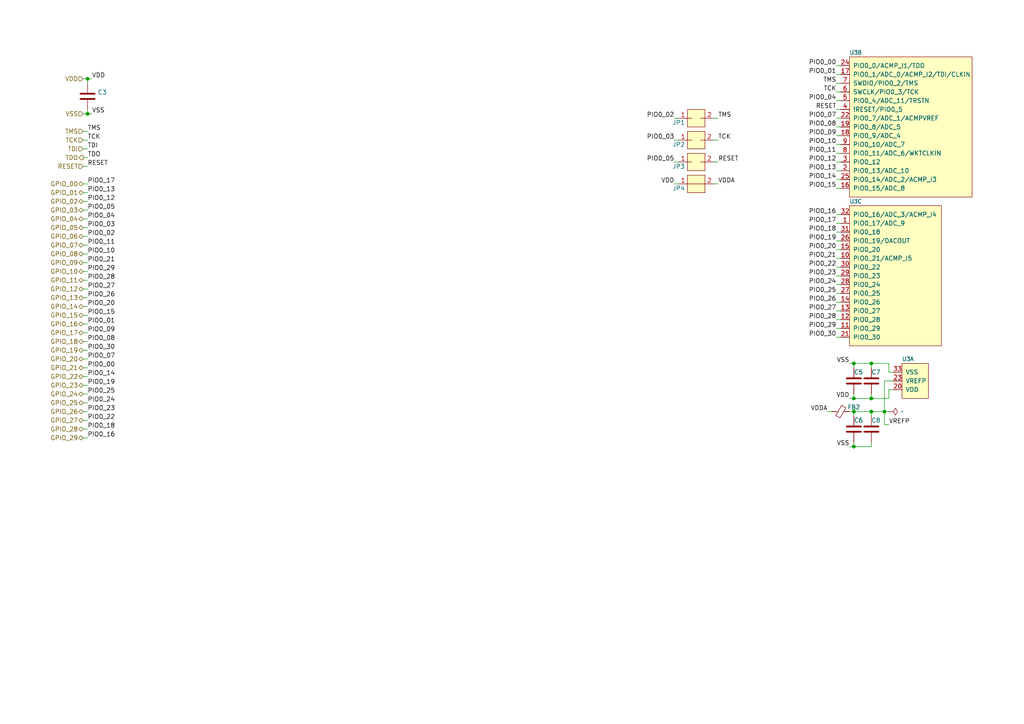
<source format=kicad_sch>
(kicad_sch (version 20211123) (generator eeschema)
  (paper "A4")
  (lib_symbols
    (symbol "Device:C" (pin_numbers hide) (pin_names (offset 0.254))
      (property "Reference" "C" (at 0.635 2.54 0))
      (property "Value" "C" (at 0.635 -2.54 0))
      (symbol "C_0_1"
        (polyline (pts (xy -2.032 -0.762) (xy 2.032 -0.762)) (stroke (width 0.508)))
        (polyline (pts (xy -2.032 0.762) (xy 2.032 0.762)) (stroke (width 0.508)))
      )
      (symbol "C_1_1"
        (pin passive line (at 0 3.81 270) (length 2.794) (name "~") (number "1"))
        (pin passive line (at 0 -3.81 90) (length 2.794) (name "~") (number "2"))
      )
    )
    (symbol "Device:FerriteBead_Small" (pin_numbers hide) (pin_names (offset 0))
      (property "Reference" "FB" (at 1.905 1.27 0))
      (property "Value" "FerriteBead_Small" (at 1.905 -1.27 0))
      (symbol "FerriteBead_Small_0_1"
        (polyline (pts (xy 0 -1.27) (xy 0 -0.7874)))
        (polyline (pts (xy 0 0.889) (xy 0 1.2954)))
        (polyline (pts (xy -1.8288 0.2794) (xy -1.1176 1.4986) (xy 1.8288 -0.2032) (xy 1.1176 -1.4224) (xy -1.8288 0.2794)))
      )
      (symbol "FerriteBead_Small_1_1"
        (pin passive line (at 0 2.54 270) (length 1.27) (name "~") (number "1"))
        (pin passive line (at 0 -2.54 90) (length 1.27) (name "~") (number "2"))
      )
    )
    (symbol "SquantorNxp:LPC804M101JHI33" (pin_names (offset 1.016))
      (property "Reference" "U" (at -1.27 24.13 0))
      (property "Value" "LPC804M101JHI33" (at -7.62 -24.13 0))
      (symbol "LPC804M101JHI33_1_1"
        (rectangle (start -3.81 5.08) (end 3.81 -5.08) (fill (type background)))
        (pin power_in line (at -6.35 -2.54 0) (length 2.54) (name "VDD") (number "20"))
        (pin power_in line (at -6.35 0 0) (length 2.54) (name "VREFP") (number "23"))
        (pin power_in line (at -6.35 2.54 0) (length 2.54) (name "VSS") (number "33"))
      )
      (symbol "LPC804M101JHI33_2_1"
        (rectangle (start -19.05 20.32) (end 16.51 -20.32) (fill (type background)))
        (pin bidirectional line (at -21.59 -17.78 0) (length 2.54) (name "PIO0_15/ADC_8") (number "16"))
        (pin bidirectional line (at -21.59 15.24 0) (length 2.54) (name "PIO0_1/ADC_0/ACMP_I2/TDI/CLKIN") (number "17"))
        (pin bidirectional line (at -21.59 -2.54 0) (length 2.54) (name "PIO0_9/ADC_4") (number "18"))
        (pin bidirectional line (at -21.59 0 0) (length 2.54) (name "PIO0_8/ADC_5") (number "19"))
        (pin bidirectional line (at -21.59 -12.7 0) (length 2.54) (name "PIO0_13/ADC_10") (number "2"))
        (pin bidirectional line (at -21.59 2.54 0) (length 2.54) (name "PIO0_7/ADC_1/ACMPVREF") (number "22"))
        (pin bidirectional line (at -21.59 17.78 0) (length 2.54) (name "PIO0_0/ACMP_I1/TDO") (number "24"))
        (pin bidirectional line (at -21.59 -15.24 0) (length 2.54) (name "PIO0_14/ADC_2/ACMP_I3") (number "25"))
        (pin bidirectional line (at -21.59 -10.16 0) (length 2.54) (name "PIO0_12") (number "3"))
        (pin bidirectional line (at -21.59 5.08 0) (length 2.54) (name "!RESET/PIO0_5") (number "4"))
        (pin bidirectional line (at -21.59 7.62 0) (length 2.54) (name "PIO0_4/ADC_11/TRSTN") (number "5"))
        (pin bidirectional line (at -21.59 10.16 0) (length 2.54) (name "SWCLK/PIO0_3/TCK") (number "6"))
        (pin bidirectional line (at -21.59 12.7 0) (length 2.54) (name "SWDIO/PIO0_2/TMS") (number "7"))
        (pin bidirectional line (at -21.59 -7.62 0) (length 2.54) (name "PIO0_11/ADC_6/WKTCLKIN") (number "8"))
        (pin bidirectional line (at -21.59 -5.08 0) (length 2.54) (name "PIO0_10/ADC_7") (number "9"))
      )
      (symbol "LPC804M101JHI33_3_1"
        (rectangle (start -12.7 20.32) (end 13.97 -20.32) (fill (type background)))
        (pin bidirectional line (at -15.24 15.24 0) (length 2.54) (name "PIO0_17/ADC_9") (number "1"))
        (pin bidirectional line (at -15.24 5.08 0) (length 2.54) (name "PIO0_21/ACMP_I5") (number "10"))
        (pin bidirectional line (at -15.24 -15.24 0) (length 2.54) (name "PIO0_29") (number "11"))
        (pin bidirectional line (at -15.24 -12.7 0) (length 2.54) (name "PIO0_28") (number "12"))
        (pin bidirectional line (at -15.24 -10.16 0) (length 2.54) (name "PIO0_27") (number "13"))
        (pin bidirectional line (at -15.24 -7.62 0) (length 2.54) (name "PIO0_26") (number "14"))
        (pin bidirectional line (at -15.24 7.62 0) (length 2.54) (name "PIO0_20") (number "15"))
        (pin bidirectional line (at -15.24 -17.78 0) (length 2.54) (name "PIO0_30") (number "21"))
        (pin bidirectional line (at -15.24 10.16 0) (length 2.54) (name "PIO0_19/DACOUT") (number "26"))
        (pin bidirectional line (at -15.24 -5.08 0) (length 2.54) (name "PIO0_25") (number "27"))
        (pin bidirectional line (at -15.24 -2.54 0) (length 2.54) (name "PIO0_24") (number "28"))
        (pin bidirectional line (at -15.24 0 0) (length 2.54) (name "PIO0_23") (number "29"))
        (pin bidirectional line (at -15.24 2.54 0) (length 2.54) (name "PIO0_22") (number "30"))
        (pin bidirectional line (at -15.24 12.7 0) (length 2.54) (name "PIO0_18") (number "31"))
        (pin bidirectional line (at -15.24 17.78 0) (length 2.54) (name "PIO0_16/ADC_3/ACMP_I4") (number "32"))
      )
    )
    (symbol "SquantorSpecial:Solderjumper_2way_12conn" (pin_names (offset 1.016))
      (property "Reference" "JP" (at 0 3.81 0))
      (property "Value" "Solderjumper_2way_12conn" (at 0 -3.81 0))
      (symbol "Solderjumper_2way_12conn_0_1"
        (rectangle (start -2.54 2.54) (end 2.54 -2.54) (fill (type background)))
        (polyline (pts (xy -2.54 0) (xy -1.27 0)))
        (polyline (pts (xy -1.27 0) (xy 1.27 0)))
        (polyline (pts (xy 2.54 0) (xy 1.27 0)))
      )
      (symbol "Solderjumper_2way_12conn_1_1"
        (pin passive line (at -5.08 0 0) (length 2.54) (name "~") (number "1"))
        (pin passive line (at 5.08 0 180) (length 2.54) (name "~") (number "2"))
      )
    )
    (symbol "SquantorSpecial:Solderjumper_2way_noconn" (pin_names (offset 1.016))
      (property "Reference" "JP" (at 0 3.81 0))
      (property "Value" "Solderjumper_2way_noconn" (at 0 -3.81 0))
      (symbol "Solderjumper_2way_noconn_0_1"
        (rectangle (start -2.54 2.54) (end 2.54 -2.54) (fill (type background)))
        (polyline (pts (xy -2.54 0) (xy -1.27 0)))
        (polyline (pts (xy 2.54 0) (xy 1.27 0)))
      )
      (symbol "Solderjumper_2way_noconn_1_1"
        (pin passive line (at -5.08 0 0) (length 2.54) (name "~") (number "1"))
        (pin passive line (at 5.08 0 180) (length 2.54) (name "~") (number "2"))
      )
    )
    (symbol "power:PWR_FLAG" (power) (pin_numbers hide) (pin_names (offset 0) hide)
      (property "Value" "PWR_FLAG" (at 0 3.81 0))
      (symbol "PWR_FLAG_0_0"
        (pin power_out line (at 0 0 90) (length 0) (name "pwr") (number "1"))
      )
      (symbol "PWR_FLAG_0_1"
        (polyline (pts (xy 0 0) (xy 0 1.27) (xy -1.016 1.905) (xy 0 2.54) (xy 1.016 1.905) (xy 0 1.27)))
      )
    )
  )
  (junction (at 247.65 105.41))
  (junction (at 247.65 119.38))
  (junction (at 256.54 119.38))
  (junction (at 25.4 33.02))
  (junction (at 247.65 129.54))
  (junction (at 252.73 119.38))
  (junction (at 247.65 115.57))
  (junction (at 25.4 22.86))
  (junction (at 252.73 105.41))
  (junction (at 252.73 115.57))
  (wire (pts (xy 243.84 69.85) (xy 242.57 69.85)))
  (wire (pts (xy 25.4 63.5) (xy 24.13 63.5)))
  (wire (pts (xy 24.13 88.9) (xy 25.4 88.9)))
  (wire (pts (xy 25.4 91.44) (xy 24.13 91.44)))
  (wire (pts (xy 256.54 110.49) (xy 256.54 119.38)))
  (wire (pts (xy 242.57 52.07) (xy 243.84 52.07)))
  (wire (pts (xy 247.65 128.27) (xy 247.65 129.54)))
  (wire (pts (xy 242.57 39.37) (xy 243.84 39.37)))
  (wire (pts (xy 252.73 120.65) (xy 252.73 119.38)))
  (wire (pts (xy 24.13 53.34) (xy 25.4 53.34)))
  (wire (pts (xy 25.4 93.98) (xy 24.13 93.98)))
  (wire (pts (xy 25.4 104.14) (xy 24.13 104.14)))
  (wire (pts (xy 242.57 44.45) (xy 243.84 44.45)))
  (wire (pts (xy 25.4 81.28) (xy 24.13 81.28)))
  (wire (pts (xy 24.13 58.42) (xy 25.4 58.42)))
  (wire (pts (xy 26.67 22.86) (xy 25.4 22.86)))
  (wire (pts (xy 243.84 46.99) (xy 242.57 46.99)))
  (wire (pts (xy 257.81 115.57) (xy 257.81 113.03)))
  (wire (pts (xy 246.38 105.41) (xy 247.65 105.41)))
  (wire (pts (xy 257.81 107.95) (xy 259.08 107.95)))
  (wire (pts (xy 257.81 123.19) (xy 256.54 123.19)))
  (wire (pts (xy 247.65 115.57) (xy 252.73 115.57)))
  (wire (pts (xy 242.57 97.79) (xy 243.84 97.79)))
  (wire (pts (xy 247.65 120.65) (xy 247.65 119.38)))
  (wire (pts (xy 25.4 66.04) (xy 24.13 66.04)))
  (wire (pts (xy 24.13 76.2) (xy 25.4 76.2)))
  (wire (pts (xy 242.57 87.63) (xy 243.84 87.63)))
  (wire (pts (xy 25.4 127) (xy 24.13 127)))
  (wire (pts (xy 243.84 90.17) (xy 242.57 90.17)))
  (wire (pts (xy 25.4 99.06) (xy 24.13 99.06)))
  (wire (pts (xy 24.13 116.84) (xy 25.4 116.84)))
  (wire (pts (xy 24.13 68.58) (xy 25.4 68.58)))
  (wire (pts (xy 25.4 124.46) (xy 24.13 124.46)))
  (wire (pts (xy 242.57 67.31) (xy 243.84 67.31)))
  (wire (pts (xy 246.38 129.54) (xy 247.65 129.54)))
  (wire (pts (xy 243.84 36.83) (xy 242.57 36.83)))
  (wire (pts (xy 242.57 82.55) (xy 243.84 82.55)))
  (wire (pts (xy 208.28 46.99) (xy 207.01 46.99)))
  (wire (pts (xy 24.13 96.52) (xy 25.4 96.52)))
  (wire (pts (xy 242.57 77.47) (xy 243.84 77.47)))
  (wire (pts (xy 25.4 22.86) (xy 25.4 24.13)))
  (wire (pts (xy 195.58 34.29) (xy 196.85 34.29)))
  (wire (pts (xy 256.54 123.19) (xy 256.54 119.38)))
  (wire (pts (xy 243.84 24.13) (xy 242.57 24.13)))
  (wire (pts (xy 24.13 43.18) (xy 25.4 43.18)))
  (wire (pts (xy 24.13 38.1) (xy 25.4 38.1)))
  (wire (pts (xy 243.84 95.25) (xy 242.57 95.25)))
  (wire (pts (xy 241.3 119.38) (xy 240.03 119.38)))
  (wire (pts (xy 252.73 115.57) (xy 257.81 115.57)))
  (wire (pts (xy 257.81 113.03) (xy 259.08 113.03)))
  (wire (pts (xy 257.81 119.38) (xy 256.54 119.38)))
  (wire (pts (xy 25.4 60.96) (xy 24.13 60.96)))
  (wire (pts (xy 252.73 119.38) (xy 247.65 119.38)))
  (wire (pts (xy 252.73 105.41) (xy 257.81 105.41)))
  (wire (pts (xy 252.73 129.54) (xy 252.73 128.27)))
  (wire (pts (xy 247.65 105.41) (xy 252.73 105.41)))
  (wire (pts (xy 247.65 129.54) (xy 252.73 129.54)))
  (wire (pts (xy 24.13 111.76) (xy 25.4 111.76)))
  (wire (pts (xy 208.28 40.64) (xy 207.01 40.64)))
  (wire (pts (xy 246.38 115.57) (xy 247.65 115.57)))
  (wire (pts (xy 243.84 54.61) (xy 242.57 54.61)))
  (wire (pts (xy 25.4 45.72) (xy 24.13 45.72)))
  (wire (pts (xy 25.4 86.36) (xy 24.13 86.36)))
  (wire (pts (xy 242.57 34.29) (xy 243.84 34.29)))
  (wire (pts (xy 252.73 106.68) (xy 252.73 105.41)))
  (wire (pts (xy 257.81 105.41) (xy 257.81 107.95)))
  (wire (pts (xy 24.13 121.92) (xy 25.4 121.92)))
  (wire (pts (xy 25.4 119.38) (xy 24.13 119.38)))
  (wire (pts (xy 25.4 83.82) (xy 24.13 83.82)))
  (wire (pts (xy 242.57 92.71) (xy 243.84 92.71)))
  (wire (pts (xy 25.4 73.66) (xy 24.13 73.66)))
  (wire (pts (xy 195.58 46.99) (xy 196.85 46.99)))
  (wire (pts (xy 24.13 101.6) (xy 25.4 101.6)))
  (wire (pts (xy 207.01 53.34) (xy 208.28 53.34)))
  (wire (pts (xy 24.13 71.12) (xy 25.4 71.12)))
  (wire (pts (xy 25.4 55.88) (xy 24.13 55.88)))
  (wire (pts (xy 242.57 31.75) (xy 243.84 31.75)))
  (wire (pts (xy 247.65 105.41) (xy 247.65 106.68)))
  (wire (pts (xy 25.4 114.3) (xy 24.13 114.3)))
  (wire (pts (xy 243.84 21.59) (xy 242.57 21.59)))
  (wire (pts (xy 195.58 53.34) (xy 196.85 53.34)))
  (wire (pts (xy 256.54 119.38) (xy 252.73 119.38)))
  (wire (pts (xy 196.85 40.64) (xy 195.58 40.64)))
  (wire (pts (xy 242.57 19.05) (xy 243.84 19.05)))
  (wire (pts (xy 25.4 33.02) (xy 25.4 31.75)))
  (wire (pts (xy 243.84 64.77) (xy 242.57 64.77)))
  (wire (pts (xy 243.84 29.21) (xy 242.57 29.21)))
  (wire (pts (xy 242.57 72.39) (xy 243.84 72.39)))
  (wire (pts (xy 25.4 109.22) (xy 24.13 109.22)))
  (wire (pts (xy 24.13 22.86) (xy 25.4 22.86)))
  (wire (pts (xy 25.4 40.64) (xy 24.13 40.64)))
  (wire (pts (xy 24.13 33.02) (xy 25.4 33.02)))
  (wire (pts (xy 259.08 110.49) (xy 256.54 110.49)))
  (wire (pts (xy 242.57 49.53) (xy 243.84 49.53)))
  (wire (pts (xy 242.57 62.23) (xy 243.84 62.23)))
  (wire (pts (xy 207.01 34.29) (xy 208.28 34.29)))
  (wire (pts (xy 243.84 85.09) (xy 242.57 85.09)))
  (wire (pts (xy 24.13 106.68) (xy 25.4 106.68)))
  (wire (pts (xy 252.73 114.3) (xy 252.73 115.57)))
  (wire (pts (xy 243.84 80.01) (xy 242.57 80.01)))
  (wire (pts (xy 24.13 78.74) (xy 25.4 78.74)))
  (wire (pts (xy 242.57 74.93) (xy 243.84 74.93)))
  (wire (pts (xy 247.65 119.38) (xy 246.38 119.38)))
  (wire (pts (xy 24.13 48.26) (xy 25.4 48.26)))
  (wire (pts (xy 243.84 41.91) (xy 242.57 41.91)))
  (wire (pts (xy 26.67 33.02) (xy 25.4 33.02)))
  (wire (pts (xy 247.65 114.3) (xy 247.65 115.57)))
  (wire (pts (xy 242.57 26.67) (xy 243.84 26.67)))
  (label "PIO0_22" (at 25.4 121.92 0))
  (label "VDD" (at 26.67 22.86 0))
  (label "PIO0_29" (at 25.4 78.74 0))
  (label "TMS" (at 208.28 34.29 0))
  (label "PIO0_14" (at 25.4 109.22 0))
  (label "PIO0_11" (at 242.57 44.45 180))
  (label "PIO0_01" (at 25.4 93.98 0))
  (label "PIO0_20" (at 25.4 88.9 0))
  (label "TCK" (at 208.28 40.64 0))
  (label "PIO0_13" (at 25.4 55.88 0))
  (label "TDI" (at 25.4 43.18 0))
  (label "PIO0_28" (at 242.57 92.71 180))
  (label "PIO0_19" (at 25.4 111.76 0))
  (label "PIO0_27" (at 25.4 83.82 0))
  (label "PIO0_26" (at 242.57 87.63 180))
  (label "PIO0_08" (at 242.57 36.83 180))
  (label "PIO0_18" (at 242.57 67.31 180))
  (label "VREFP" (at 257.81 123.19 0))
  (label "PIO0_05" (at 25.4 60.96 0))
  (label "PIO0_08" (at 25.4 99.06 0))
  (label "PIO0_24" (at 242.57 82.55 180))
  (label "TCK" (at 242.57 26.67 180))
  (label "PIO0_23" (at 242.57 80.01 180))
  (label "PIO0_26" (at 25.4 86.36 0))
  (label "PIO0_21" (at 25.4 76.2 0))
  (label "PIO0_05" (at 195.58 46.99 180))
  (label "PIO0_14" (at 242.57 52.07 180))
  (label "PIO0_12" (at 25.4 58.42 0))
  (label "PIO0_23" (at 25.4 119.38 0))
  (label "PIO0_09" (at 25.4 96.52 0))
  (label "PIO0_00" (at 25.4 106.68 0))
  (label "PIO0_03" (at 25.4 66.04 0))
  (label "VDDA" (at 240.03 119.38 180))
  (label "VDD" (at 195.58 53.34 180))
  (label "PIO0_10" (at 25.4 73.66 0))
  (label "VSS" (at 26.67 33.02 0))
  (label "PIO0_12" (at 242.57 46.99 180))
  (label "PIO0_16" (at 242.57 62.23 180))
  (label "TMS" (at 25.4 38.1 0))
  (label "PIO0_24" (at 25.4 116.84 0))
  (label "PIO0_16" (at 25.4 127 0))
  (label "PIO0_09" (at 242.57 39.37 180))
  (label "PIO0_29" (at 242.57 95.25 180))
  (label "PIO0_25" (at 25.4 114.3 0))
  (label "RESET" (at 208.28 46.99 0))
  (label "PIO0_17" (at 242.57 64.77 180))
  (label "PIO0_28" (at 25.4 81.28 0))
  (label "PIO0_01" (at 242.57 21.59 180))
  (label "PIO0_25" (at 242.57 85.09 180))
  (label "PIO0_04" (at 25.4 63.5 0))
  (label "PIO0_02" (at 25.4 68.58 0))
  (label "TCK" (at 25.4 40.64 0))
  (label "PIO0_02" (at 195.58 34.29 180))
  (label "PIO0_18" (at 25.4 124.46 0))
  (label "TMS" (at 242.57 24.13 180))
  (label "PIO0_15" (at 25.4 91.44 0))
  (label "PIO0_00" (at 242.57 19.05 180))
  (label "RESET" (at 242.57 31.75 180))
  (label "PIO0_07" (at 242.57 34.29 180))
  (label "VDD" (at 246.38 115.57 180))
  (label "PIO0_10" (at 242.57 41.91 180))
  (label "PIO0_20" (at 242.57 72.39 180))
  (label "PIO0_19" (at 242.57 69.85 180))
  (label "PIO0_11" (at 25.4 71.12 0))
  (label "VSS" (at 246.38 105.41 180))
  (label "PIO0_04" (at 242.57 29.21 180))
  (label "PIO0_30" (at 25.4 101.6 0))
  (label "RESET" (at 25.4 48.26 0))
  (label "PIO0_03" (at 195.58 40.64 180))
  (label "PIO0_07" (at 25.4 104.14 0))
  (label "PIO0_13" (at 242.57 49.53 180))
  (label "VSS" (at 246.38 129.54 180))
  (label "PIO0_15" (at 242.57 54.61 180))
  (label "PIO0_17" (at 25.4 53.34 0))
  (label "PIO0_21" (at 242.57 74.93 180))
  (label "PIO0_30" (at 242.57 97.79 180))
  (label "PIO0_22" (at 242.57 77.47 180))
  (label "PIO0_27" (at 242.57 90.17 180))
  (label "VDDA" (at 208.28 53.34 0))
  (label "TDO" (at 25.4 45.72 0))
  (hierarchical_label "GPIO_06" (shape bidirectional) (at 24.13 68.58 180))
  (hierarchical_label "VDD" (shape input) (at 24.13 22.86 180))
  (hierarchical_label "GPIO_16" (shape bidirectional) (at 24.13 93.98 180))
  (hierarchical_label "GPIO_05" (shape bidirectional) (at 24.13 66.04 180))
  (hierarchical_label "TMS" (shape input) (at 24.13 38.1 180))
  (hierarchical_label "GPIO_27" (shape bidirectional) (at 24.13 121.92 180))
  (hierarchical_label "TCK" (shape input) (at 24.13 40.64 180))
  (hierarchical_label "GPIO_26" (shape bidirectional) (at 24.13 119.38 180))
  (hierarchical_label "GPIO_12" (shape bidirectional) (at 24.13 83.82 180))
  (hierarchical_label "GPIO_08" (shape bidirectional) (at 24.13 73.66 180))
  (hierarchical_label "GPIO_00" (shape bidirectional) (at 24.13 53.34 180))
  (hierarchical_label "GPIO_02" (shape bidirectional) (at 24.13 58.42 180))
  (hierarchical_label "GPIO_28" (shape bidirectional) (at 24.13 124.46 180))
  (hierarchical_label "TDI" (shape input) (at 24.13 43.18 180))
  (hierarchical_label "GPIO_25" (shape bidirectional) (at 24.13 116.84 180))
  (hierarchical_label "GPIO_20" (shape bidirectional) (at 24.13 104.14 180))
  (hierarchical_label "GPIO_21" (shape bidirectional) (at 24.13 106.68 180))
  (hierarchical_label "GPIO_14" (shape bidirectional) (at 24.13 88.9 180))
  (hierarchical_label "GPIO_17" (shape bidirectional) (at 24.13 96.52 180))
  (hierarchical_label "GPIO_03" (shape bidirectional) (at 24.13 60.96 180))
  (hierarchical_label "GPIO_24" (shape bidirectional) (at 24.13 114.3 180))
  (hierarchical_label "GPIO_23" (shape bidirectional) (at 24.13 111.76 180))
  (hierarchical_label "GPIO_18" (shape bidirectional) (at 24.13 99.06 180))
  (hierarchical_label "GPIO_11" (shape bidirectional) (at 24.13 81.28 180))
  (hierarchical_label "TDO" (shape output) (at 24.13 45.72 180))
  (hierarchical_label "VSS" (shape input) (at 24.13 33.02 180))
  (hierarchical_label "GPIO_01" (shape bidirectional) (at 24.13 55.88 180))
  (hierarchical_label "GPIO_09" (shape bidirectional) (at 24.13 76.2 180))
  (hierarchical_label "GPIO_10" (shape bidirectional) (at 24.13 78.74 180))
  (hierarchical_label "RESET" (shape input) (at 24.13 48.26 180))
  (hierarchical_label "GPIO_22" (shape bidirectional) (at 24.13 109.22 180))
  (hierarchical_label "GPIO_07" (shape bidirectional) (at 24.13 71.12 180))
  (hierarchical_label "GPIO_04" (shape bidirectional) (at 24.13 63.5 180))
  (hierarchical_label "GPIO_19" (shape bidirectional) (at 24.13 101.6 180))
  (hierarchical_label "GPIO_15" (shape bidirectional) (at 24.13 91.44 180))
  (hierarchical_label "GPIO_13" (shape bidirectional) (at 24.13 86.36 180))
  (hierarchical_label "GPIO_29" (shape bidirectional) (at 24.13 127 180))
  (symbol (lib_id "Device:C") (at 25.4 27.94 0) (unit 1)
    (property "Reference" "C3" (at 28.321 26.7716 0) (effects (justify left)))
  )
  (symbol (lib_id "SquantorNxp:LPC804M101JHI33") (at 265.43 110.49 0) (unit 1)
    (property "Reference" "U3" (at 261.62 104.14 0) (effects (font (size 1.143 1.143)) (justify left)))
  )
  (symbol (lib_id "SquantorNxp:LPC804M101JHI33") (at 265.43 36.83 0) (unit 2)
    (property "Reference" "U3" (at 246.38 15.24 0) (effects (font (size 1.143 1.143)) (justify left)))
  )
  (symbol (lib_id "SquantorNxp:LPC804M101JHI33") (at 259.08 80.01 0) (unit 3)
    (property "Reference" "U3" (at 246.38 58.42 0) (effects (font (size 1.143 1.143)) (justify left)))
  )
  (symbol (lib_id "Device:C") (at 252.73 110.49 0) (unit 1)
    (property "Reference" "C7" (at 252.73 107.95 0) (effects (justify left)))
  )
  (symbol (lib_id "Device:C") (at 247.65 110.49 0) (unit 1)
    (property "Reference" "C5" (at 247.65 107.95 0) (effects (justify left)))
  )
  (symbol (lib_id "Device:FerriteBead_Small") (at 243.84 119.38 270) (unit 1)
    (property "Reference" "FB2" (at 247.65 118.11 90))
  )
  (symbol (lib_id "Device:C") (at 247.65 124.46 0) (unit 1)
    (property "Reference" "C6" (at 247.65 121.92 0) (effects (justify left)))
  )
  (symbol (lib_id "Device:C") (at 252.73 124.46 0) (unit 1)
    (property "Reference" "C8" (at 252.73 121.92 0) (effects (justify left)))
  )
  (symbol (lib_id "power:PWR_FLAG") (at 257.81 119.38 270) (unit 1)
    (property "Reference" "#FLG0101" (effects hide))
  )
  (symbol (lib_id "SquantorSpecial:Solderjumper_2way_12conn") (at 201.93 53.34 0) (unit 1)
    (property "Reference" "JP4" (at 196.85 54.61 0))
  )
  (symbol (lib_id "SquantorSpecial:Solderjumper_2way_noconn") (at 201.93 46.99 0) (unit 1)
    (property "Reference" "JP3" (at 196.85 48.26 0))
  )
  (symbol (lib_id "SquantorSpecial:Solderjumper_2way_noconn") (at 201.93 40.64 0) (unit 1)
    (property "Reference" "JP2" (at 196.85 41.91 0))
  )
  (symbol (lib_id "SquantorSpecial:Solderjumper_2way_noconn") (at 201.93 34.29 0) (unit 1)
    (property "Reference" "JP1" (at 196.85 35.56 0))
  )
)
</source>
